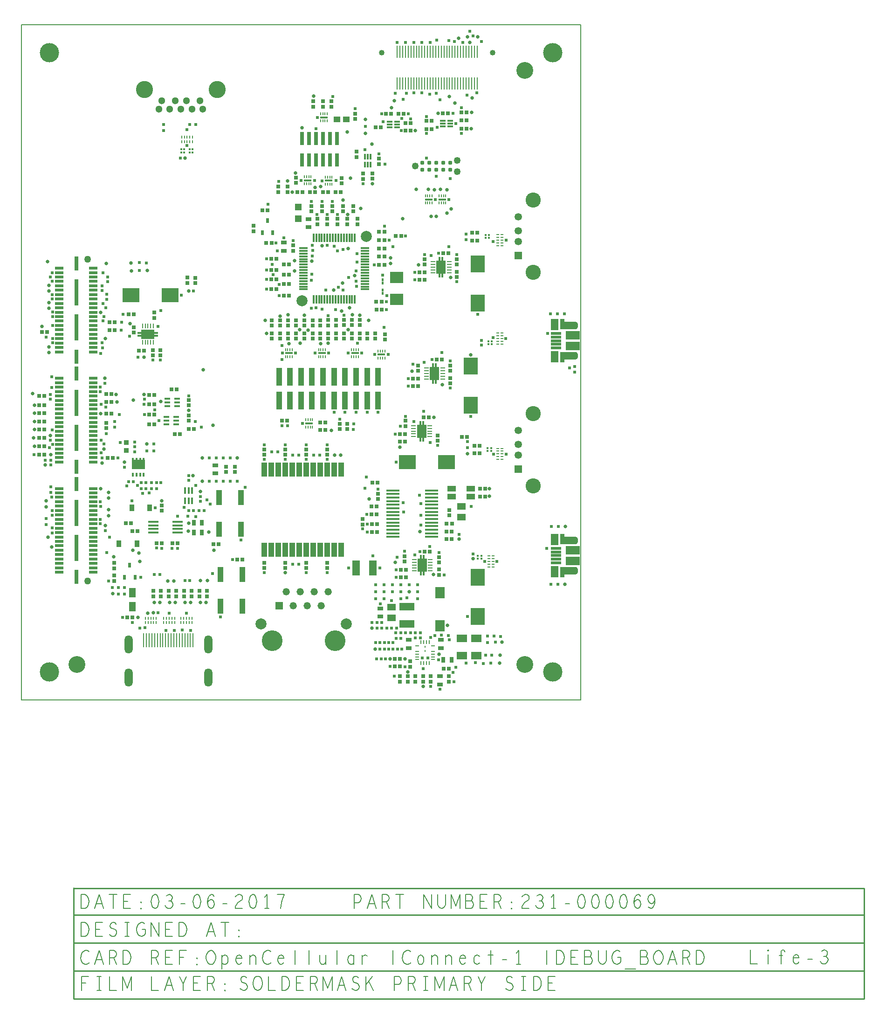
<source format=gbr>
G04 ================== begin FILE IDENTIFICATION RECORD ==================*
G04 Layout Name:  OC_Connect-1_DEBUG_Life-3.brd*
G04 Film Name:    smpr.gbr*
G04 File Format:  Gerber RS274X*
G04 File Origin:  Cadence Allegro 16.6-2015-S065*
G04 Origin Date:  Mon Mar 06 16:55:42 2017*
G04 *
G04 Layer:  VIA CLASS/SOLDERMASK_TOP*
G04 Layer:  PIN/SOLDERMASK_TOP*
G04 Layer:  PACKAGE GEOMETRY/SOLDERMASK_TOP*
G04 Layer:  DRAWING FORMAT/SMPR*
G04 Layer:  DRAWING FORMAT/FILM_LABEL_OUTLINE*
G04 Layer:  BOARD GEOMETRY/OUTLINE*
G04 Layer:  BOARD GEOMETRY/SOLDERMASK_TOP*
G04 *
G04 Offset:    (0.000 0.000)*
G04 Mirror:    No*
G04 Mode:      Positive*
G04 Rotation:  0*
G04 FullContactRelief:  No*
G04 UndefLineWidth:     6.000*
G04 ================== end FILE IDENTIFICATION RECORD ====================*
%FSLAX25Y25*MOIN*%
%IR0*IPPOS*OFA0.00000B0.00000*MIA0B0*SFA1.00000B1.00000*%
%ADD73R,.066929X.07874*%
%ADD65R,.010984X.089488*%
%ADD54R,.11X.055*%
%ADD55R,.055X.11*%
%AMMACRO35*
4,1,20,-.047244,-.03248,
.047244,-.03248,
.047244,-.015354,
.074803,-.015354,
.074803,-.004331,
.047244,-.004331,
.047244,.004331,
.074803,.004331,
.074803,.015354,
.047244,.015354,
.047244,.03248,
-.047244,.03248,
-.047244,.015354,
-.074803,.015354,
-.074803,.004331,
-.047244,.004331,
-.047244,-.004331,
-.074803,-.004331,
-.074803,-.015354,
-.047244,-.015354,
-.047244,-.03248,
0.0*
%
%ADD35MACRO35*%
%AMMACRO82*
4,1,23,-.062008,.035925,
.050071,.035925,
.052666,.035031,
.055067,.0337,
.0572,.031973,
.059001,.029901,
.060415,.027548,
.061398,.024985,
.061922,.022291,
.062008,.020645,
.062008,.000397,
.061769,-.002338,
.061058,-.004989,
.059898,-.007477,
.058324,-.009726,
.056383,-.011667,
.054134,-.013242,
.051646,-.014402,
.048995,-.015112,
.047984,-.015257,
-.034449,-.015257,
-.034449,-.035926,
-.062008,-.035926,
-.062008,.035925,
0.0*
%
%ADD82MACRO82*%
%ADD19O,.059X.13*%
%ADD14R,.029X.104*%
%ADD11C,.12*%
%AMMACRO86*
4,1,23,-.062008,-.035926,
.050071,-.035926,
.052666,-.035032,
.055067,-.033701,
.0572,-.031974,
.059001,-.029902,
.060415,-.027549,
.061398,-.024986,
.061922,-.022292,
.062008,-.020646,
.062008,-.000398,
.061769,.002337,
.061058,.004988,
.059898,.007476,
.058324,.009725,
.056383,.011666,
.054134,.013241,
.051646,.014401,
.048995,.015111,
.047984,.015256,
-.034449,.015256,
-.034449,.035925,
-.062008,.035925,
-.062008,-.035926,
0.0*
%
%ADD86MACRO86*%
%ADD46R,.04016X.10315*%
%ADD85C,.108*%
%ADD69R,.019X.008*%
%ADD20R,.008X.019*%
%ADD43C,.148*%
%ADD15R,.029X.189*%
%ADD39C,.122047*%
%ADD81R,.102362X.060039*%
%ADD71R,.008661X.014173*%
%ADD47R,.040157X.129921*%
%ADD10C,.137795*%
%ADD44R,.03937X.108268*%
%ADD72R,.008661X.015748*%
%ADD34R,.12X.1*%
%ADD70R,.1X.12*%
%ADD48R,.008661X.019685*%
%ADD67R,.027559X.009843*%
%ADD66R,.009843X.027559*%
%ADD32R,.04X.015*%
%ADD13R,.061X.022*%
%AMMACRO74*
4,1,20,-.03248,.047244,
-.03248,-.047244,
-.015354,-.047244,
-.015354,-.074803,
-.004331,-.074803,
-.004331,-.047244,
.004331,-.047244,
.004331,-.074803,
.015354,-.074803,
.015354,-.047244,
.03248,-.047244,
.03248,.047244,
.015354,.047244,
.015354,.074803,
.004331,.074803,
.004331,.047244,
-.004331,.047244,
-.004331,.074803,
-.015354,.074803,
-.015354,.047244,
-.03248,.047244,
0.0*
%
%ADD74MACRO74*%
%ADD26R,.017X.05*%
%ADD21R,.05X.07*%
%ADD62R,.039X.012*%
%ADD61R,.012X.039*%
%ADD60R,.016X.019*%
%ADD45R,.043X.028*%
%ADD33R,.038X.032*%
%ADD25R,.028X.043*%
%ADD24R,.075X.015*%
%ADD12C,.05*%
%ADD56R,.059X.051*%
%ADD16C,.024*%
%ADD41C,.052*%
%ADD18C,.025*%
%ADD84C,.053*%
%ADD68R,.075X.055*%
%ADD27R,.02X.02*%
%ADD57R,.095X.018*%
%ADD64C,.04016*%
%ADD40R,.052X.052*%
%ADD17R,.025X.025*%
%ADD83R,.053X.053*%
%ADD58R,.094X.079*%
%ADD36R,.011024X.033465*%
%ADD75R,.033465X.011024*%
%ADD42C,.079*%
%ADD38C,.051181*%
%ADD37R,.011811X.011811*%
%ADD78C,.04937*%
%ADD23R,.023622X.033465*%
%ADD77C,.030984*%
%ADD59R,.011811X.062992*%
%ADD50C,.07874*%
%ADD51R,.062992X.011811*%
%ADD31R,.035827X.048031*%
%ADD63R,.045276X.043307*%
%ADD52R,.047244X.047244*%
%ADD28R,.016535X.017717*%
%ADD49R,.055118X.015748*%
%ADD79R,.055118X.07874*%
%ADD76R,.059055X.03937*%
%ADD29R,.016535X.027559*%
%ADD53R,.029134X.094488*%
%ADD80R,.072835X.019685*%
%ADD22R,.011X.102*%
%ADD30R,.093307X.066929*%
%ADD87C,.01*%
%ADD88C,.006*%
G75*
%LPD*%
G75*
G54D10*
X20000Y20000D03*
Y462677D03*
X380000Y20000D03*
Y462677D03*
G54D20*
X121855Y58426D03*
X119887D03*
X117918D03*
X115949D03*
X113981D03*
Y55374D03*
X115949D03*
X117918D03*
X119887D03*
X121855D03*
X88509D03*
X90477D03*
X92446D03*
X94415D03*
X96383D03*
Y58426D03*
X94415D03*
X92446D03*
X90477D03*
X88509D03*
X101745Y55374D03*
X103713D03*
X105682D03*
X107651D03*
X109619D03*
Y58426D03*
X107651D03*
X105682D03*
X103713D03*
X101745D03*
X122355Y402203D03*
X120387D03*
X118418D03*
X116449D03*
X114481D03*
Y399151D03*
X116449D03*
X118418D03*
X120387D03*
X122355D03*
G54D11*
X39718Y25300D03*
X360000D03*
Y450000D03*
G54D30*
X83500Y168272D03*
G54D12*
X47218Y84875D03*
Y315125D03*
G54D21*
X79418Y76800D03*
Y66800D03*
G54D22*
X87302Y42559D03*
X89270D03*
X91239D03*
X93207D03*
X95176D03*
X97144D03*
X99113D03*
X101081D03*
X103050D03*
X105018D03*
X106987D03*
X108955D03*
X110924D03*
X112892D03*
X114861D03*
X116829D03*
X118798D03*
X120766D03*
X122735D03*
G54D31*
X82555Y111800D03*
X69681D03*
X91755Y137300D03*
X78881D03*
G54D40*
X184218Y67500D03*
G54D13*
X51368Y94475D03*
Y97625D03*
Y100775D03*
X27068D03*
Y97625D03*
Y94475D03*
Y91325D03*
X51368D03*
Y103925D03*
X27068D03*
Y107075D03*
X51368D03*
Y116525D03*
Y110225D03*
Y113375D03*
X27068Y135425D03*
Y132275D03*
Y129125D03*
Y125975D03*
Y122825D03*
Y119675D03*
X51368D03*
Y122825D03*
Y125975D03*
Y129125D03*
Y132275D03*
Y135425D03*
X27068Y116525D03*
Y113375D03*
Y110225D03*
Y151175D03*
X51368D03*
X27068Y148025D03*
Y144875D03*
Y141725D03*
Y138575D03*
X51368D03*
Y141725D03*
Y144875D03*
Y148025D03*
Y173225D03*
Y170075D03*
X27068D03*
Y173225D03*
X51368Y195275D03*
Y192125D03*
Y188975D03*
Y185825D03*
Y182675D03*
Y179525D03*
Y176375D03*
X27068D03*
Y179525D03*
Y182675D03*
Y185825D03*
Y188975D03*
Y192125D03*
Y195275D03*
X51368Y226775D03*
Y223625D03*
Y220475D03*
Y217325D03*
Y214175D03*
Y211025D03*
Y207875D03*
Y204725D03*
Y201575D03*
Y198425D03*
X27068D03*
Y201575D03*
Y204725D03*
Y207875D03*
Y211025D03*
Y214175D03*
Y217325D03*
Y220475D03*
Y223625D03*
Y226775D03*
X51368Y229925D03*
X27068D03*
Y274025D03*
Y270875D03*
Y267725D03*
Y264575D03*
Y261425D03*
Y258275D03*
Y255125D03*
Y251975D03*
Y248825D03*
Y305525D03*
Y302375D03*
Y299225D03*
Y296075D03*
Y292925D03*
Y289775D03*
Y286625D03*
Y283475D03*
Y280325D03*
Y277175D03*
Y308675D03*
X51368Y248825D03*
Y251975D03*
Y255125D03*
Y258275D03*
Y261425D03*
Y264575D03*
Y267725D03*
Y270875D03*
Y274025D03*
Y277175D03*
Y280325D03*
Y283475D03*
Y286625D03*
Y289775D03*
Y292925D03*
Y296075D03*
Y299225D03*
Y302375D03*
Y305525D03*
Y308675D03*
G54D50*
X200549Y285231D03*
X246687Y331369D03*
G54D23*
X73678Y87565D03*
X81158D03*
X77418Y96226D03*
X172278Y334165D03*
X179758D03*
X176018Y342826D03*
G54D41*
X189218Y77500D03*
X194218Y67500D03*
X199218Y77500D03*
X204218Y67500D03*
X209218Y77500D03*
X214218Y67500D03*
X219218Y77500D03*
G54D32*
X110718Y202300D03*
Y199740D03*
Y197180D03*
X103718D03*
Y199740D03*
Y202300D03*
X104218Y210200D03*
Y212760D03*
Y215320D03*
X111218D03*
Y212760D03*
Y210200D03*
G54D14*
X39218Y88000D03*
Y154500D03*
Y166750D03*
Y233250D03*
Y245500D03*
Y312000D03*
G54D51*
X201571Y293536D03*
Y295505D03*
Y297473D03*
Y299442D03*
Y301410D03*
Y303379D03*
Y305347D03*
Y307316D03*
Y309284D03*
Y311253D03*
Y313221D03*
Y315190D03*
Y317158D03*
Y319127D03*
Y321095D03*
Y323064D03*
X245665Y319127D03*
Y317158D03*
Y315190D03*
Y313221D03*
Y311253D03*
Y309284D03*
Y307316D03*
Y305347D03*
Y303379D03*
Y301410D03*
Y299442D03*
Y297473D03*
Y295505D03*
Y293536D03*
Y323064D03*
Y321095D03*
G54D42*
X171226Y54508D03*
X232210D03*
G54D24*
X94118Y119700D03*
Y122260D03*
Y124820D03*
Y127380D03*
X111618D03*
Y124820D03*
Y122260D03*
Y119700D03*
G54D33*
X75000Y178500D03*
Y184100D03*
G54D60*
X258318Y293000D03*
Y290600D03*
Y298000D03*
Y300400D03*
G54D15*
X39218Y108750D03*
Y133750D03*
Y187500D03*
Y212500D03*
Y266250D03*
Y291250D03*
G54D52*
X197818Y352234D03*
Y343966D03*
G54D16*
X39218Y88000D03*
Y166750D03*
Y154500D03*
Y133750D03*
Y108750D03*
X21000Y152500D03*
Y148500D03*
X21500Y144875D03*
X22000Y135500D03*
Y132000D03*
Y123000D03*
Y119500D03*
X56300Y141700D03*
X56550Y138450D03*
X56300Y129100D03*
X56400Y125900D03*
X9000Y175500D03*
X60000Y120900D03*
X57500Y173000D03*
X21000Y168000D03*
Y171500D03*
X17000D03*
X17532Y125480D03*
Y129620D03*
X39218Y245500D03*
X56736Y247700D03*
X39218Y233250D03*
Y212500D03*
Y187500D03*
X21500Y223500D03*
X22225Y182662D03*
X19787Y180293D03*
X60250Y209250D03*
X56350Y223850D03*
X56400Y220475D03*
X57000Y185825D03*
X56876Y176845D03*
X21500Y231000D03*
X22100Y193000D03*
X59500Y226500D03*
X56945Y211315D03*
X20500Y215000D03*
Y218500D03*
X20503Y185594D03*
X59000Y183000D03*
X39218Y266250D03*
Y291250D03*
Y312000D03*
X22218Y255250D03*
Y258400D03*
Y267850D03*
Y274150D03*
Y277300D03*
X22000Y286625D03*
Y289775D03*
Y299350D03*
X57736Y255500D03*
X57836Y251700D03*
X58218Y270875D03*
Y283475D03*
X60436Y280325D03*
X57736Y292800D03*
X57626Y296198D03*
X58218Y305525D03*
X22000Y305500D03*
X20600Y302375D03*
X59037Y274175D03*
X17500Y259500D03*
X103118Y49659D03*
X109118Y49700D03*
X114918Y50100D03*
X121018Y49659D03*
X72250Y59000D03*
X62218Y85032D03*
X85153Y87565D03*
X117918Y62200D03*
X105682Y62000D03*
X94798Y89700D03*
X98938D03*
X116917Y85299D03*
X120333D03*
X97716Y62390D03*
X84518Y51500D03*
X88218Y51600D03*
X79387Y55432D03*
X73718Y75700D03*
X73618Y80500D03*
X69318Y75800D03*
X69418Y80500D03*
X65100D03*
X100387Y108300D03*
X107649D03*
X111618Y131282D03*
X69000Y173000D03*
X99500Y155500D03*
X86700Y147800D03*
X75400Y152900D03*
X116400Y137800D03*
X124500Y153500D03*
X61000Y105500D03*
X124500Y131000D03*
X111618Y108300D03*
X73500Y166500D03*
X79000Y142500D03*
X95500Y137500D03*
X96450Y108800D03*
X83000Y153500D03*
X132500Y143000D03*
X62800Y116300D03*
X91200Y148100D03*
X119000Y131500D03*
X119718Y217500D03*
X124218Y199000D03*
X87918Y204000D03*
X87718Y211500D03*
X87818Y215100D03*
X83218Y244900D03*
X60500Y190500D03*
X69800Y204200D03*
X70500Y184000D03*
X81000Y184500D03*
X98218Y199740D03*
X128500Y195000D03*
X95187Y207500D03*
X99418Y242932D03*
X93918D03*
X66500Y195000D03*
Y199000D03*
X89500Y178000D03*
X94500D03*
Y183000D03*
X93518Y259500D03*
X93818Y263500D03*
X87018D03*
X87118Y259700D03*
X90418Y261500D03*
X114418Y289500D03*
X99500Y278300D03*
X72618Y275800D03*
X61000Y286500D03*
Y290000D03*
X61500Y299000D03*
Y302500D03*
X77418Y259900D03*
X71300Y264250D03*
X71600Y270000D03*
X122968Y292450D03*
X97718Y266900D03*
X84418Y307100D03*
X89418Y312500D03*
X84218Y312700D03*
X113500Y387500D03*
X118418Y407677D03*
Y396400D03*
X101557Y411443D03*
X120242Y411206D03*
X101557Y407151D03*
X124534Y411206D03*
X136500Y90500D03*
X142126Y59500D03*
X203700Y91000D03*
X173700D03*
X194090Y97100D03*
X198400D03*
X151000Y100500D03*
X154218Y156400D03*
X149218D03*
X144218D03*
X139218D03*
X134218D03*
X160100Y152200D03*
X156874Y114500D03*
X135000Y140000D03*
X203718Y171900D03*
X188718D03*
X134418Y173000D03*
X149418D03*
X144418D03*
X139418D03*
X173718Y171900D03*
X194036Y174900D03*
X198346D03*
X203700Y182400D03*
X188700D03*
X195961Y247900D03*
X186449D03*
X200962Y197700D03*
X190118Y196200D03*
X173700Y182400D03*
X186150Y196100D03*
X186118Y243500D03*
X179036Y177500D03*
X183346D03*
X184150Y289200D03*
X184250Y297200D03*
X175250Y293800D03*
Y300600D03*
Y307400D03*
Y315400D03*
X179835Y303906D03*
X179401Y311265D03*
X186218Y253400D03*
X200000Y371500D03*
X182087Y326700D03*
X194218Y328232D03*
X187718Y330417D03*
X176118Y354500D03*
X182918Y321100D03*
X183900Y370800D03*
X274218Y23732D03*
X266718Y16968D03*
X263550Y24000D03*
X253800Y29500D03*
X257118D03*
X260218D03*
X256436Y94500D03*
X251320Y103200D03*
X268118Y51500D03*
X254118Y51400D03*
X257618D03*
X261118D03*
X264618Y51500D03*
X250618Y55400D03*
X254118D03*
X274718Y48000D03*
X271218D03*
X267718Y48100D03*
X271200Y44100D03*
X257618Y55400D03*
X267800Y44100D03*
X268618Y102000D03*
X267850Y93200D03*
Y87700D03*
X271318Y72300D03*
X259318D03*
X253318D03*
X271318Y77300D03*
X265318D03*
X259318D03*
X253318D03*
X277318Y82300D03*
X271318D03*
X265318D03*
X259318D03*
X253318D03*
X275718Y73100D03*
X256718Y68853D03*
X264718Y70987D03*
X253300Y41000D03*
X268900Y36500D03*
X265718D03*
X262600D03*
X272100D03*
X259500Y41000D03*
X262600D03*
X265718D03*
X256400D03*
Y36500D03*
X259500D03*
X234000Y94500D03*
X218700Y91000D03*
X247250Y125700D03*
Y120100D03*
X244018Y122232D03*
X246950Y132800D03*
X267818Y170200D03*
X254818Y150768D03*
X273247Y134484D03*
X274000Y106400D03*
X245518Y151500D03*
X246518Y159500D03*
X218718Y171900D03*
X213346Y174900D03*
X209036D03*
X273000Y141000D03*
X218700Y182400D03*
X252662Y247000D03*
X233693Y247900D03*
X262174Y247000D03*
X219583Y247900D03*
X210071D03*
X243205D03*
X274518Y202868D03*
X254984Y205604D03*
X247110D03*
X239236D03*
X231362D03*
X223488D03*
X227518Y200668D03*
X276550Y224300D03*
Y229800D03*
X267350Y190200D03*
X271018Y195700D03*
X237487Y197468D03*
X237318Y193532D03*
X233887Y301900D03*
X260887Y278900D03*
X261249Y288900D03*
X260987Y284700D03*
X258318Y303778D03*
X217718Y293000D03*
X229818Y293100D03*
X239318Y306800D03*
X239618Y295700D03*
X207228Y300038D03*
X207918Y317300D03*
X252218Y311000D03*
X240318Y255100D03*
X226518Y294900D03*
X239118Y299300D03*
X239818Y312950D03*
X207718Y304400D03*
X230718Y274900D03*
X219218Y274700D03*
X239918Y319000D03*
X259418Y266500D03*
X224568Y279150D03*
X207118Y280200D03*
X210736Y280300D03*
X214989Y279471D03*
X215000Y371200D03*
X274618Y331700D03*
X225918Y347168D03*
X218697D03*
X211218Y347200D03*
X222418Y356468D03*
X214918D03*
X207418D03*
X262918Y328700D03*
X259587Y338600D03*
X225918Y321200D03*
X255500Y390500D03*
X244300Y369100D03*
X209700Y371400D03*
X224800Y371300D03*
X260000Y383000D03*
X229818Y322100D03*
X208418Y321300D03*
X223613Y324500D03*
X218718Y325200D03*
X207828Y325190D03*
X265700Y324100D03*
X257532Y418969D03*
X276468Y419032D03*
X211500Y416500D03*
X210457Y408400D03*
X245500Y393500D03*
X267200Y433700D03*
X275400D03*
X238700Y422800D03*
X258500Y413500D03*
X273000Y429500D03*
X271500Y407000D03*
X246000Y410131D03*
X272100Y415600D03*
X222500Y431500D03*
X268698Y470100D03*
X274604D03*
X309218Y13032D03*
X310518Y23500D03*
X290718Y30000D03*
X286718D03*
X287218Y22500D03*
X308552Y19658D03*
X299218Y7647D03*
X292718Y9832D03*
X335718Y26300D03*
X330218Y26200D03*
X317918Y26300D03*
X324718Y26600D03*
X298365Y28700D03*
X286518Y96500D03*
X284618Y99700D03*
X288518Y99600D03*
X284518Y93200D03*
X288518Y93100D03*
X305918Y42900D03*
X305218Y46200D03*
X300218Y46500D03*
X295518Y46200D03*
X338818Y41400D03*
X333418Y41000D03*
X342618Y45500D03*
X338018Y45700D03*
X333118Y45600D03*
X340100Y99000D03*
X331400D03*
X281718Y44500D03*
X285218D03*
X278218Y48000D03*
X285218D03*
X281718D03*
X318818Y59700D03*
X302218Y89432D03*
X292550Y44542D03*
X283318Y72300D03*
Y77300D03*
Y82300D03*
X331918Y31900D03*
X336318Y32100D03*
X346500Y175700D03*
X337600Y175600D03*
X298518Y105513D03*
X285618Y125200D03*
X284718Y146400D03*
X285518Y140400D03*
X285589Y131916D03*
X281234Y103635D03*
X321618Y138400D03*
X285018Y106144D03*
X292018Y109600D03*
X313038Y118500D03*
X322818Y104300D03*
X295318Y233400D03*
X293418Y236600D03*
X297318Y236500D03*
X293400Y229900D03*
X297118Y230200D03*
X287918Y189000D03*
X284100Y188800D03*
X288118Y195300D03*
X284218Y195400D03*
X286118Y192200D03*
X297518Y182032D03*
X318787Y184800D03*
X280018Y240100D03*
X306718Y242469D03*
Y223132D03*
X321318Y202700D03*
X287918Y241500D03*
X280729Y199108D03*
X318918Y180400D03*
X293581Y243300D03*
X287581Y206500D03*
X300618Y248300D03*
X292418Y184200D03*
X300118Y309400D03*
X298218Y312600D03*
X302118Y312500D03*
X297968Y305900D03*
X301918Y306200D03*
X346400Y258400D03*
X337218Y259100D03*
X326118Y275800D03*
X288418Y318368D03*
X311418Y299132D03*
Y318468D03*
X293018Y317600D03*
X298281Y319300D03*
X281250Y300300D03*
Y305800D03*
X329018Y253700D03*
X328918Y257173D03*
X346718Y328626D03*
X337168Y327650D03*
X305774Y357800D03*
X295974D03*
X306618Y372700D03*
X296718Y374300D03*
X289718Y387500D03*
X318017Y329199D03*
X317916Y332894D03*
X305718Y324000D03*
X310706Y412000D03*
X278437Y415500D03*
X289563Y405000D03*
X325776Y434100D03*
X318700Y432500D03*
X299350Y429050D03*
X296600Y433700D03*
X292000Y433000D03*
X286406Y434100D03*
X280500D03*
X289532Y416969D03*
X297294Y409500D03*
X308500Y419500D03*
X314500Y405000D03*
Y423500D03*
X280509Y470100D03*
X286415D03*
X292320D03*
X297100Y471700D03*
X305516Y471484D03*
X315700Y470100D03*
X329000Y470700D03*
X322900Y474700D03*
X320500Y478100D03*
X309700Y470600D03*
X383618Y82600D03*
X378618D03*
X378818Y124100D03*
X383818D03*
X375618Y108300D03*
X395500Y238500D03*
Y234500D03*
X392000Y237500D03*
X388218Y275900D03*
X378218D03*
X383218D03*
X376118Y261900D03*
G54D25*
X123165Y119800D03*
X129071D03*
X123165Y126800D03*
X129071D03*
X301765Y28700D03*
X307671D03*
G54D61*
X249468Y388256D03*
X247500D03*
X245532D03*
Y382744D03*
X247500D03*
X249468D03*
G54D70*
X326318Y87700D03*
Y59700D03*
X321318Y238700D03*
Y210700D03*
X326118Y311800D03*
Y283800D03*
G54D34*
X78418Y289500D03*
X106418D03*
X275818Y170200D03*
X303818D03*
G54D43*
X179218Y42500D03*
X224218D03*
G54D80*
X382227Y98085D03*
Y100644D03*
Y108321D03*
Y105762D03*
Y103203D03*
Y261921D03*
Y259362D03*
Y251685D03*
Y254244D03*
Y256803D03*
G54D53*
X200457Y386156D03*
Y401510D03*
X225457Y386156D03*
X220457D03*
X215457D03*
X210457D03*
X205457D03*
X225457Y401510D03*
X220457D03*
X215457D03*
X210457D03*
X205457D03*
G54D17*
X12643Y175375D03*
X16384D03*
X12643Y217275D03*
X16384D03*
X12643Y193275D03*
X16384D03*
X12643Y199075D03*
X16384D03*
X12643Y204875D03*
X16384D03*
X12643Y210575D03*
X16384D03*
X12643Y181475D03*
X16384D03*
Y187475D03*
X12643D03*
X18289Y263053D03*
X14548D03*
X75548Y59000D03*
X79288D03*
X127118Y74130D03*
Y77870D03*
X110618Y74130D03*
Y77870D03*
X105118Y74130D03*
Y77870D03*
X121618Y74130D03*
Y77870D03*
X116118Y74130D03*
Y77870D03*
X99618Y74130D03*
Y77870D03*
X94118Y74130D03*
Y77870D03*
X66118Y85130D03*
Y88870D03*
Y97870D03*
Y94130D03*
X65320Y172900D03*
X61580D03*
X100288Y112000D03*
X96548D03*
X111520D03*
X107780D03*
X100118Y135330D03*
Y139070D03*
X79248Y120800D03*
X82988D03*
X78370Y126500D03*
X74630D03*
X60500Y194330D03*
Y198070D03*
X64320Y204725D03*
X60580D03*
X95088Y204000D03*
X91348D03*
X119718Y214370D03*
Y210630D03*
X95088Y211500D03*
X91348D03*
X119718Y199630D03*
Y203370D03*
X123289Y193829D03*
X119548D03*
X93918Y246230D03*
X99418D03*
X109648Y190000D03*
X113388D03*
X91348Y197000D03*
X95088D03*
X111088Y222000D03*
X107348D03*
X91348Y218000D03*
X95088D03*
X60580Y212950D03*
X64320D03*
X60580Y218550D03*
X64320D03*
X76448Y275800D03*
X80188D03*
X124318Y298030D03*
Y301770D03*
X118518Y298130D03*
Y301870D03*
X83848Y249700D03*
X87588D03*
X80418Y266370D03*
Y262630D03*
X93918Y249970D03*
X99418D03*
X94918Y276870D03*
Y273130D03*
X62912Y264250D03*
X66652D03*
X62912Y270050D03*
X66652D03*
X132618Y74130D03*
Y77870D03*
X157870Y100500D03*
X154130D03*
X173718Y94230D03*
Y97970D03*
X188718Y94230D03*
Y97970D03*
X203718Y94230D03*
Y97970D03*
X146118Y163030D03*
Y166770D03*
X152618Y163030D03*
Y166770D03*
X188718Y175330D03*
X203718D03*
X173718D03*
X140870Y111500D03*
X137130D03*
X188718Y179070D03*
X203718D03*
X173718D03*
X189988Y199600D03*
X186248D03*
X185018Y271370D03*
Y267630D03*
X196318Y271470D03*
Y267730D03*
X202218Y261970D03*
Y258230D03*
X196318Y261970D03*
Y258230D03*
X179018Y262070D03*
Y258330D03*
X184892Y262070D03*
Y258330D03*
X190718Y261970D03*
Y258230D03*
X187448Y311253D03*
X191188D03*
X178548Y307400D03*
X182288D03*
X202218Y267730D03*
Y271470D03*
X179018Y267630D03*
Y271370D03*
X190718Y267730D03*
Y271470D03*
X187448Y304200D03*
X191188D03*
X187448Y289200D03*
X191188D03*
X178548Y293800D03*
X182288D03*
X187548Y297473D03*
X191288D03*
X178548Y300600D03*
X182288D03*
X178548Y315400D03*
X182288D03*
X194218Y324934D03*
Y321194D03*
X190269Y363130D03*
Y366870D03*
X183769Y363130D03*
Y366870D03*
X197130Y363000D03*
X200870D03*
X196200Y373370D03*
Y369630D03*
X175888Y350100D03*
X172148D03*
X165918Y338870D03*
Y335130D03*
X178788Y326700D03*
X175048D03*
X270588Y24000D03*
X266848D03*
Y29500D03*
X270588D03*
X270718Y16870D03*
Y13130D03*
X276218D03*
Y16870D03*
X274018Y102770D03*
Y99030D03*
X218718Y94230D03*
Y97970D03*
X274888Y93200D03*
X271148D03*
X274888Y87700D03*
X271148D03*
X218718Y175330D03*
X254818Y147470D03*
Y143730D03*
X250548Y120100D03*
X254288D03*
X250248Y138400D03*
X253988D03*
X250948Y155500D03*
X254688D03*
X250548Y125700D03*
X254288D03*
X250248Y132800D03*
X253988D03*
X244018Y125530D03*
Y129270D03*
X218718Y179070D03*
X274518Y199570D03*
Y195830D03*
X233018Y193630D03*
Y197370D03*
X227518D03*
Y193630D03*
X217388Y198500D03*
X213648D03*
X217388Y193000D03*
X213648D03*
X274388Y184700D03*
X270648D03*
X274388Y190200D03*
X270648D03*
X224918Y271570D03*
Y267830D03*
X213518Y271470D03*
Y267730D03*
X208118Y271470D03*
Y267730D03*
X241937Y271720D03*
Y267980D03*
X236437Y271720D03*
Y267980D03*
X253848Y278900D03*
X257588D03*
X257488Y284700D03*
X253748D03*
X224918Y261970D03*
Y258230D03*
X213518Y261970D03*
Y258230D03*
X208118Y261970D03*
Y258230D03*
X259918Y257630D03*
Y261370D03*
X252918Y258230D03*
Y261970D03*
X247418Y258230D03*
Y261970D03*
X236418Y258230D03*
Y261970D03*
X230718Y258230D03*
Y261970D03*
X255748Y316900D03*
X259488D03*
X255748Y311121D03*
X259488D03*
X219218Y267830D03*
Y271570D03*
Y261970D03*
Y258230D03*
X241918Y261970D03*
Y258230D03*
X230718Y267930D03*
Y271670D03*
X255500Y386870D03*
Y383130D03*
X244300Y372530D03*
Y376270D03*
X251000Y372630D03*
Y376370D03*
X239500Y391870D03*
Y388130D03*
X215462Y363000D03*
X219202D03*
X228800Y373070D03*
Y369330D03*
X228370Y363000D03*
X224630D03*
X209870D03*
X206130D03*
X255748Y322800D03*
X259488D03*
X218697Y343870D03*
Y340130D03*
X229918Y349430D03*
Y353170D03*
X233018Y340130D03*
Y343870D03*
X237418Y349430D03*
Y353170D03*
X240118Y340130D03*
Y343870D03*
X214918Y353170D03*
Y349430D03*
X211718Y343870D03*
Y340130D03*
X207418Y353170D03*
Y349430D03*
X259488Y328700D03*
X255748D03*
X271488Y331700D03*
X267748D03*
X259488Y334700D03*
X255748D03*
X225918Y343870D03*
Y340130D03*
X222418Y353170D03*
Y349430D03*
X260630Y419000D03*
X264370D03*
X273370D03*
X269630D03*
X238600Y415230D03*
Y418970D03*
X274630Y412500D03*
Y407000D03*
X253130Y409500D03*
X256870D03*
X208744Y424130D03*
Y427870D03*
X221744Y424130D03*
Y427870D03*
X215457Y424130D03*
Y427870D03*
X277918Y23830D03*
Y27570D03*
X292718Y13130D03*
Y16870D03*
X305718D03*
Y13130D03*
X287218Y16870D03*
Y13130D03*
X305588Y22500D03*
X301848D03*
X281718Y16870D03*
Y13130D03*
X298518Y102170D03*
Y98430D03*
Y89530D03*
Y93270D03*
X306018Y135670D03*
Y131930D03*
X291920Y106100D03*
X288180D03*
X327836Y145428D03*
X331576D03*
X327836Y150928D03*
X331576D03*
X303999Y114877D03*
X307739D03*
X304018Y120403D03*
X307758D03*
X304048Y126000D03*
X307788D03*
X318688Y188200D03*
X314948D03*
X306718Y239170D03*
Y235430D03*
X283718Y239070D03*
Y235330D03*
X306718Y226430D03*
Y230170D03*
X291420Y202200D03*
X287680D03*
X283588Y229800D03*
X279848D03*
X283588Y224300D03*
X279848D03*
X323846Y176227D03*
X327586D03*
X323846Y181827D03*
X327586D03*
X300620Y243300D03*
X296880D03*
X297518Y185330D03*
Y189070D03*
X311418Y315170D03*
Y311430D03*
X288418Y315070D03*
Y311330D03*
X288288Y305800D03*
X284548D03*
X288288Y300300D03*
X284548D03*
X311418Y302430D03*
Y306170D03*
X305320Y319300D03*
X301580D03*
X322146Y334000D03*
X325886D03*
X322146Y328500D03*
X325886D03*
X318370Y408500D03*
X314630D03*
X289630Y408000D03*
X293370D03*
X278370Y412500D03*
Y407000D03*
X318370Y420000D03*
X314630D03*
X289630Y414000D03*
X293370D03*
X301342Y419500D03*
X305083D03*
X318370Y414500D03*
X314630D03*
G54D62*
X263244Y413468D03*
Y411500D03*
Y409532D03*
X268756D03*
Y411500D03*
Y413468D03*
X306756Y410031D03*
Y412000D03*
Y413968D03*
X301244D03*
Y412000D03*
Y410031D03*
G54D26*
X119500Y149750D03*
X116950D03*
X122050D03*
Y142250D03*
X119500D03*
X116950D03*
G54D44*
X157874Y89819D03*
Y67181D03*
X142126Y89819D03*
Y67181D03*
X141126Y122181D03*
Y144819D03*
X156874Y122181D03*
Y144819D03*
G54D71*
X288618Y35001D03*
G54D35*
X90418Y261500D03*
G54D63*
X225453Y415100D03*
X232147D03*
G54D36*
X86480Y255706D03*
X88449D03*
X90418D03*
X92387D03*
X94356D03*
Y267294D03*
X92387D03*
X90418D03*
X88449D03*
X86480D03*
G54D27*
X93000Y155500D03*
X96500D03*
X85500D03*
X89000D03*
X80000Y156000D03*
X76500D03*
X89000Y151000D03*
X85500D03*
X130500Y135500D03*
X127000D03*
X119500Y160500D03*
Y157000D03*
X128000Y145500D03*
Y142000D03*
X123000Y135500D03*
X119500D03*
X96500Y151000D03*
X93000D03*
X81000Y177500D03*
Y181000D03*
G54D18*
X56500Y151000D03*
X57500Y169500D03*
X17000Y168000D03*
X21000Y175375D03*
X17532Y142220D03*
Y138080D03*
X21500Y109500D03*
X60100Y124700D03*
X19000Y116500D03*
X8000Y219000D03*
X59500Y230000D03*
X56500Y204725D03*
X9200Y193300D03*
X8500Y187500D03*
X9200Y181500D03*
Y199100D03*
Y210600D03*
Y204900D03*
X59000Y179500D03*
X20500Y188994D03*
X14500Y267000D03*
X19500Y279900D03*
Y283900D03*
Y292500D03*
Y296500D03*
X56675Y277175D03*
X18500Y313500D03*
X19500Y248500D03*
Y252500D03*
X60000Y258275D03*
X90118Y62100D03*
X104600Y85000D03*
X109034Y85200D03*
X127917Y85299D03*
X132800Y85300D03*
X94318Y62500D03*
X83318Y59000D03*
X65118Y75900D03*
X94868Y69650D03*
X99008D03*
X105918Y69700D03*
X110058D03*
X116918D03*
X121058D03*
X127918D03*
X132058D03*
X66000Y102500D03*
X84518Y99000D03*
X129218Y156400D03*
X84000Y105000D03*
X119168Y120750D03*
X119518Y126300D03*
X122500Y160500D03*
X128000Y149000D03*
X100118Y142500D03*
X79500Y107000D03*
X73500Y170000D03*
X129418Y173000D03*
X62204Y148520D03*
Y135920D03*
Y144380D03*
Y131780D03*
X119718Y207000D03*
X87718Y245200D03*
X79950Y214500D03*
X68200Y213000D03*
X87618Y218500D03*
X67600D03*
X130000Y236000D03*
X99500Y213500D03*
X89500Y183000D03*
X60500Y312000D03*
X119568Y292450D03*
X77518Y269200D03*
X78518Y306800D03*
X89818Y307100D03*
X78418Y312500D03*
X117000Y387500D03*
X188700Y91000D03*
X134000Y120000D03*
X154418Y173000D03*
X137500Y107000D03*
X137000Y196500D03*
X199150Y255162D03*
X195318Y313900D03*
X195118Y306700D03*
X202200Y275200D03*
X174400Y271400D03*
X190700Y275500D03*
X191264Y254736D03*
X175418Y262000D03*
X199018Y264700D03*
X205018Y264500D03*
X185018Y274400D03*
X190200Y370900D03*
X193700Y363000D03*
X196000Y376800D03*
X200500Y409000D03*
X263550Y29500D03*
X274218D03*
X276218Y20000D03*
X250618Y51400D03*
X267118Y98500D03*
X277318Y77300D03*
X253000Y36300D03*
X224036Y174900D03*
X228346D03*
X248618Y143800D03*
X270550Y180800D03*
X221618Y192800D03*
X229618Y298100D03*
X219218Y255200D03*
X264018Y312147D03*
Y316152D03*
X238318Y303500D03*
X207768Y313850D03*
X223218Y293000D03*
X214039Y254800D03*
X228950Y278104D03*
X234500Y280500D03*
X233518Y264700D03*
X248382Y271471D03*
X236500Y275500D03*
X242018Y274900D03*
X251000Y369000D03*
X272700Y343900D03*
X230018Y357500D03*
X242718Y351500D03*
X233318Y347200D03*
X214818Y324800D03*
X233518Y322800D03*
X235400Y372900D03*
X214000Y367200D03*
X209900Y366500D03*
X264500Y423500D03*
X208900Y431600D03*
X266500Y428500D03*
X246000Y405132D03*
X250700Y397300D03*
X246000Y415131D03*
X232800Y406000D03*
X287218Y9832D03*
X341918Y26300D03*
X343518Y41500D03*
X294600Y89800D03*
X342118Y32100D03*
X298718Y32816D03*
X304618Y53300D03*
X322818Y100900D03*
X313038Y115100D03*
X334596Y145655D03*
X334579Y151155D03*
X285000Y120500D03*
X318918Y176100D03*
X279218Y235200D03*
X301018Y225400D03*
X294818Y202200D03*
X321318Y246700D03*
X283918Y311200D03*
X306918Y302200D03*
X296718Y345800D03*
X307418Y351000D03*
X293056Y345800D03*
X304300Y347900D03*
X304200Y364700D03*
X299624Y364995D03*
X282300Y364900D03*
X291100Y365000D03*
X295400Y364800D03*
X321468Y408532D03*
X322000Y420000D03*
X322400Y430500D03*
X310032Y426800D03*
X306095Y431300D03*
X281668Y407000D03*
X298000Y419500D03*
X319000Y474000D03*
X326300Y473900D03*
X320700Y470200D03*
X312569Y473100D03*
X388618Y82600D03*
X388818Y124100D03*
G54D45*
X138468Y167853D03*
Y161947D03*
X205118Y343853D03*
Y337947D03*
X187718Y321111D03*
Y327017D03*
X256718Y65453D03*
Y59547D03*
X276918Y37008D03*
Y42914D03*
X299218Y11047D03*
Y16953D03*
X300002Y37008D03*
Y42914D03*
G54D72*
X288618Y38032D03*
G54D81*
X394136Y99414D03*
Y106993D03*
Y260593D03*
Y253014D03*
G54D54*
X275718Y66602D03*
Y54398D03*
G54D28*
X79661Y172504D03*
X82221D03*
X84780D03*
X87339D03*
G54D37*
X114434Y391496D03*
X116402D03*
X120434D03*
X122402D03*
X114434Y393858D03*
X116402D03*
X120434D03*
X122402D03*
X326437Y100916D03*
X328799D03*
X326437Y102884D03*
X328799D03*
X333435Y179894D03*
X335797D03*
X333435Y177926D03*
X335797D03*
X334035Y256484D03*
X336397D03*
X334035Y254516D03*
X336397D03*
X331935Y332411D03*
X334297D03*
X331935Y330442D03*
X334297D03*
G54D64*
X257591Y462596D03*
X336843D03*
G54D46*
X173718Y164600D03*
X178718D03*
X183718D03*
X188718D03*
X193718D03*
X198718D03*
X203718D03*
Y107400D03*
X198718D03*
X193718D03*
X188718D03*
X183718D03*
X178718D03*
X173718D03*
X208718Y164600D03*
X213718D03*
X218718D03*
X223718D03*
X228718D03*
Y107400D03*
X223718D03*
X218718D03*
X213718D03*
X208718D03*
G54D19*
X133561Y16103D03*
X76475D03*
X133561Y39567D03*
X76475D03*
G54D82*
X391479Y91442D03*
Y245042D03*
G54D55*
X239116Y94500D03*
X251320D03*
G54D73*
X299218Y76811D03*
Y53189D03*
G54D29*
X79661Y160988D03*
X82221D03*
X84780D03*
X87339D03*
G54D38*
X109981Y428408D03*
X117855D03*
X100139D03*
X127698D03*
X98170Y422502D03*
X106044D03*
X113918D03*
X121792D03*
X129666D03*
G54D83*
X355118Y165100D03*
Y317800D03*
G54D56*
X264718Y66437D03*
Y58563D03*
X314718Y130563D03*
Y138437D03*
G54D74*
X286618Y96400D03*
X295318Y233300D03*
X286118Y192200D03*
X300018Y309300D03*
G54D47*
X199866Y214100D03*
X191992D03*
X184118D03*
X199866Y230911D03*
X191992D03*
X184118D03*
X254984Y214100D03*
X247110D03*
X239236D03*
X231362D03*
X223488D03*
X215614D03*
X207740D03*
X254984Y230911D03*
X247110D03*
X239236D03*
X231362D03*
X223488D03*
X215614D03*
X207740D03*
G54D65*
X274599Y463376D03*
X272631D03*
X270662D03*
X268694D03*
X274599Y440824D03*
X272631D03*
X270662D03*
X268694D03*
X325780Y463376D03*
X323812D03*
X321843D03*
X319875D03*
X317906D03*
X315938D03*
X313969D03*
X312001D03*
X310032D03*
X308064D03*
X306095D03*
X304127D03*
X302158D03*
X300190D03*
X298221D03*
X296253D03*
X294284D03*
X292316D03*
X290347D03*
X288379D03*
X286410D03*
X284442D03*
X282473D03*
X280505D03*
X278536D03*
X276568D03*
X325780Y440824D03*
X323812D03*
X321843D03*
X319875D03*
X317906D03*
X315938D03*
X313969D03*
X312001D03*
X310032D03*
X308064D03*
X306095D03*
X304127D03*
X302158D03*
X300190D03*
X298221D03*
X296253D03*
X294284D03*
X292316D03*
X290347D03*
X288379D03*
X286410D03*
X284442D03*
X282473D03*
X280505D03*
X278536D03*
X276568D03*
G54D75*
X280824Y100338D03*
Y98369D03*
Y96400D03*
Y94431D03*
Y92462D03*
X292412D03*
Y94431D03*
Y96400D03*
Y98369D03*
Y100338D03*
X289524Y237238D03*
Y235269D03*
Y233300D03*
Y231331D03*
Y229362D03*
X301112D03*
Y231331D03*
Y233300D03*
Y235269D03*
Y237238D03*
X280324Y196138D03*
Y194169D03*
Y192200D03*
Y190231D03*
Y188262D03*
X291912D03*
Y190231D03*
Y192200D03*
Y194169D03*
Y196138D03*
X294224Y313238D03*
Y311269D03*
Y309300D03*
Y307331D03*
Y305362D03*
X305812D03*
Y307331D03*
Y309300D03*
Y311269D03*
Y313238D03*
G54D57*
X265639Y149834D03*
Y147275D03*
Y144716D03*
Y142157D03*
Y139598D03*
Y137039D03*
Y134480D03*
Y131920D03*
Y129361D03*
Y126802D03*
Y124243D03*
Y121684D03*
Y119125D03*
Y116566D03*
X293198D03*
Y119125D03*
Y121684D03*
Y124243D03*
Y126802D03*
Y129361D03*
Y131920D03*
Y134480D03*
Y137039D03*
Y139598D03*
Y142157D03*
Y144716D03*
Y147275D03*
Y149834D03*
G54D84*
X355118Y174942D03*
Y182816D03*
Y192659D03*
Y327642D03*
Y335516D03*
Y345359D03*
G54D66*
X285665Y26320D03*
X287634D03*
X289602D03*
X291571D03*
X285665Y41280D03*
X287634D03*
X289602D03*
X291571D03*
G54D48*
X193567Y245380D03*
X191992D03*
X190417D03*
X188842D03*
X203356Y200220D03*
Y195180D03*
X193567Y250420D03*
X191992D03*
X190417D03*
X188842D03*
X203882Y374020D03*
Y368980D03*
X202307Y374020D03*
Y368980D03*
X255056Y244480D03*
X256631D03*
X258206D03*
X259780D03*
X217189Y245380D03*
X215614D03*
X214039D03*
X212465D03*
X240811D03*
X239236D03*
X237661D03*
X236087D03*
X208080Y200220D03*
Y195180D03*
X206506Y200220D03*
Y195180D03*
X204931Y200220D03*
Y195180D03*
X255056Y249520D03*
X256631D03*
X258206D03*
X259780D03*
X217189Y250420D03*
X215614D03*
X214039D03*
X212465D03*
X240811D03*
X239236D03*
X237661D03*
X236087D03*
X207031Y374020D03*
Y368980D03*
X205457Y374020D03*
Y368980D03*
X222031Y373769D03*
Y368730D03*
X220457Y373769D03*
Y368730D03*
X218882Y373769D03*
Y368730D03*
X217307Y373769D03*
Y368730D03*
X213882Y413980D03*
Y419020D03*
X215457Y413980D03*
Y419020D03*
X217031Y413980D03*
Y419020D03*
X218606Y413980D03*
Y419020D03*
X293580Y360320D03*
Y355280D03*
X292006Y360320D03*
Y355280D03*
X290431Y360320D03*
Y355280D03*
X288856Y360320D03*
Y355280D03*
X303380Y360320D03*
Y355280D03*
X301806Y360320D03*
Y355280D03*
X300231Y360320D03*
Y355280D03*
X298656Y360320D03*
Y355280D03*
G54D39*
X88052Y436282D03*
X139784D03*
G54D76*
X321294Y150925D03*
Y145425D03*
X307494Y150925D03*
Y145425D03*
G54D49*
X205718Y197700D03*
X191205Y247900D03*
X204669Y371500D03*
X257418Y247000D03*
X214827Y247900D03*
X238449D03*
X219669Y371250D03*
X216244Y416500D03*
X291218Y357800D03*
X301018D03*
G54D58*
X268318Y286226D03*
Y301974D03*
G54D67*
X283106Y28879D03*
X294130D03*
X283106Y30847D03*
Y32816D03*
Y34784D03*
Y38721D03*
X294130Y30847D03*
Y32816D03*
Y34784D03*
Y38721D03*
G54D85*
X365787Y153013D03*
Y204746D03*
Y305713D03*
Y357446D03*
G54D59*
X238382Y286253D03*
X236413D03*
X234445D03*
X232476D03*
X230508D03*
X228539D03*
X226571D03*
X224602D03*
X222634D03*
X220665D03*
X218697D03*
X216728D03*
X214760D03*
X212791D03*
X210823D03*
X208854D03*
Y330347D03*
X210823D03*
X212791D03*
X214760D03*
X216728D03*
X218697D03*
X220665D03*
X222634D03*
X224602D03*
X226571D03*
X228539D03*
X230508D03*
X232476D03*
X234445D03*
X236413D03*
X238382D03*
G54D77*
X306618Y379100D03*
Y384100D03*
X301618Y379100D03*
Y384100D03*
X296618D03*
Y379100D03*
X291618Y384100D03*
Y379100D03*
X286618Y384100D03*
Y379100D03*
G54D68*
X325318Y31798D03*
X314818Y31698D03*
X325318Y44002D03*
X314818Y43902D03*
G54D86*
X391479Y114965D03*
Y268565D03*
G54D87*
G01X37218Y-193700D02*
X602518D01*
G01X37218Y-213700D02*
X602718D01*
Y-134771D01*
G01X37218Y-134300D02*
Y-213700D01*
G01Y-173700D02*
X602718D01*
G01X37218Y-134500D02*
X602718D01*
G01X37218Y-153700D02*
X602618D01*
G54D78*
X311618Y377600D03*
Y385600D03*
X281618Y381600D03*
G54D69*
X334192Y100969D03*
Y99000D03*
Y97031D03*
Y95063D03*
X337244D03*
Y97031D03*
Y99000D03*
Y100969D03*
X334192Y102937D03*
X337244D03*
X340490Y173958D03*
Y171990D03*
X343542D03*
Y173958D03*
X340490Y179864D03*
Y177896D03*
Y175926D03*
X343542D03*
Y177896D03*
Y179864D03*
Y254463D03*
Y256431D03*
Y258400D03*
Y260369D03*
Y262337D03*
X340490D03*
Y260369D03*
Y258400D03*
Y256431D03*
Y254463D03*
Y332564D03*
Y330596D03*
Y328626D03*
Y326658D03*
Y324690D03*
X343542D03*
Y326658D03*
Y328626D03*
Y330596D03*
Y332564D03*
G54D88*
G01X43093Y-207500D02*
Y-197500D01*
X47843D01*
G01X46093Y-202333D02*
X43093D01*
G01X53968Y-197500D02*
X56968D01*
G01X55468D02*
Y-207500D01*
G01X53968D02*
X56968D01*
G01X62968Y-197500D02*
Y-207500D01*
X67968D01*
G01X72218D02*
Y-197500D01*
X75468Y-205833D01*
X78718Y-197500D01*
Y-207500D01*
G01X92968Y-197500D02*
Y-207500D01*
X97968D01*
G01X102343D02*
X105468Y-197500D01*
X108593Y-207500D01*
G01X107468Y-204000D02*
X103468D01*
G01X115468Y-207500D02*
Y-203000D01*
X112968Y-197500D01*
G01X117968D02*
X115468Y-203000D01*
G01X127968Y-207500D02*
X122968D01*
Y-197500D01*
X127968D01*
G01X125968Y-202333D02*
X122968D01*
G01X132968Y-207500D02*
Y-197500D01*
X136093D01*
X137093Y-198000D01*
X137718Y-198667D01*
X137968Y-200000D01*
X137718Y-201333D01*
X136968Y-202167D01*
X136093Y-202667D01*
X132968D01*
G01X136093D02*
X137968Y-207500D01*
G01X145468Y-207833D02*
X145218Y-207667D01*
Y-207333D01*
X145468Y-207167D01*
X145718Y-207333D01*
Y-207667D01*
X145468Y-207833D01*
G01Y-203334D02*
X145218Y-203167D01*
Y-202833D01*
X145468Y-202667D01*
X145718Y-202833D01*
Y-203167D01*
X145468Y-203334D01*
G01X48218Y-179834D02*
X47468Y-179333D01*
X46593Y-179000D01*
X45593D01*
X44468Y-179500D01*
X43593Y-180333D01*
X42968Y-181333D01*
X42468Y-183000D01*
X42343Y-184500D01*
X42593Y-186000D01*
X42968Y-187000D01*
X43718Y-188000D01*
X44593Y-188667D01*
X45468Y-189000D01*
X46343D01*
X47218Y-188667D01*
X47968Y-188167D01*
X48593Y-187500D01*
G01X52343Y-189000D02*
X55468Y-179000D01*
X58593Y-189000D01*
G01X57468Y-185500D02*
X53468D01*
G01X62968Y-189000D02*
Y-179000D01*
X66093D01*
X67093Y-179500D01*
X67718Y-180167D01*
X67968Y-181500D01*
X67718Y-182833D01*
X66968Y-183667D01*
X66093Y-184167D01*
X62968D01*
G01X66093D02*
X67968Y-189000D01*
G01X72718D02*
Y-179000D01*
X75218D01*
X76218Y-179500D01*
X76968Y-180167D01*
X77593Y-181166D01*
X78093Y-182334D01*
X78218Y-184000D01*
X78093Y-185667D01*
X77593Y-186834D01*
X76968Y-187834D01*
X76218Y-188500D01*
X75218Y-189000D01*
X72718D01*
G01X92968D02*
Y-179000D01*
X96093D01*
X97093Y-179500D01*
X97718Y-180167D01*
X97968Y-181500D01*
X97718Y-182833D01*
X96968Y-183667D01*
X96093Y-184167D01*
X92968D01*
G01X96093D02*
X97968Y-189000D01*
G01X107968D02*
X102968D01*
Y-179000D01*
X107968D01*
G01X105968Y-183833D02*
X102968D01*
G01X113093Y-189000D02*
Y-179000D01*
X117843D01*
G01X116093Y-183833D02*
X113093D01*
G01X125468Y-189333D02*
X125218Y-189167D01*
Y-188833D01*
X125468Y-188667D01*
X125718Y-188833D01*
Y-189167D01*
X125468Y-189333D01*
G01Y-184834D02*
X125218Y-184667D01*
Y-184333D01*
X125468Y-184167D01*
X125718Y-184333D01*
Y-184667D01*
X125468Y-184834D01*
G01X135468Y-189000D02*
X134468Y-188833D01*
X133593Y-188167D01*
X132843Y-187167D01*
X132343Y-186000D01*
X132093Y-184667D01*
Y-183333D01*
X132343Y-182000D01*
X132843Y-180833D01*
X133593Y-179834D01*
X134468Y-179167D01*
X135468Y-179000D01*
X136468Y-179167D01*
X137343Y-179834D01*
X138093Y-180833D01*
X138593Y-182000D01*
X138843Y-183333D01*
Y-184667D01*
X138593Y-186000D01*
X138093Y-187167D01*
X137343Y-188167D01*
X136468Y-188833D01*
X135468Y-189000D01*
G01X143218Y-192333D02*
Y-182334D01*
G01Y-183833D02*
X143843Y-183000D01*
X144468Y-182500D01*
X145468Y-182334D01*
X146343Y-182500D01*
X147218Y-183333D01*
X147593Y-184500D01*
X147718Y-185667D01*
X147593Y-186834D01*
X147218Y-188000D01*
X146468Y-188667D01*
X145468Y-189000D01*
X144593Y-188833D01*
X143718Y-188334D01*
X143218Y-187667D01*
G01X153593Y-184500D02*
X157593D01*
X157218Y-183333D01*
X156593Y-182667D01*
X155718Y-182334D01*
X154843Y-182500D01*
X154093Y-183000D01*
X153593Y-184167D01*
X153343Y-185167D01*
Y-186167D01*
X153593Y-187167D01*
X154218Y-188167D01*
X154968Y-188833D01*
X155843Y-189000D01*
X156718Y-188667D01*
X157593Y-187667D01*
G01X163343Y-189000D02*
Y-182334D01*
G01Y-184000D02*
X163843Y-183167D01*
X164593Y-182500D01*
X165593Y-182334D01*
X166468Y-182500D01*
X167218Y-183167D01*
X167593Y-184333D01*
Y-189000D01*
G01X178218Y-179834D02*
X177468Y-179333D01*
X176593Y-179000D01*
X175593D01*
X174468Y-179500D01*
X173593Y-180333D01*
X172968Y-181333D01*
X172468Y-183000D01*
X172343Y-184500D01*
X172593Y-186000D01*
X172968Y-187000D01*
X173718Y-188000D01*
X174593Y-188667D01*
X175468Y-189000D01*
X176343D01*
X177218Y-188667D01*
X177968Y-188167D01*
X178593Y-187500D01*
G01X183593Y-184500D02*
X187593D01*
X187218Y-183333D01*
X186593Y-182667D01*
X185718Y-182334D01*
X184843Y-182500D01*
X184093Y-183000D01*
X183593Y-184167D01*
X183343Y-185167D01*
Y-186167D01*
X183593Y-187167D01*
X184218Y-188167D01*
X184968Y-188833D01*
X185843Y-189000D01*
X186718Y-188667D01*
X187593Y-187667D01*
G01X195468Y-189000D02*
Y-179000D01*
G01X205468Y-189000D02*
Y-179000D01*
G01X213343Y-182334D02*
Y-187000D01*
X213843Y-188167D01*
X214593Y-188833D01*
X215468Y-189000D01*
X216343Y-188833D01*
X217093Y-188167D01*
X217593Y-187000D01*
G01Y-189000D02*
Y-182334D01*
G01X225468Y-189000D02*
Y-179000D01*
G01X237718Y-189000D02*
Y-182334D01*
G01Y-183500D02*
X237218Y-182833D01*
X236468Y-182500D01*
X235593Y-182334D01*
X234718Y-182667D01*
X233968Y-183333D01*
X233468Y-184333D01*
X233218Y-185667D01*
X233468Y-187000D01*
X233968Y-188000D01*
X234718Y-188667D01*
X235593Y-189000D01*
X236468Y-188833D01*
X237218Y-188334D01*
X237718Y-187667D01*
G01X243718Y-189000D02*
Y-182334D01*
G01Y-183667D02*
X244343Y-183000D01*
X244968Y-182500D01*
X245843Y-182334D01*
X246468Y-182500D01*
X247218Y-183000D01*
G01X265468Y-189000D02*
Y-179000D01*
G01X278218Y-179834D02*
X277468Y-179333D01*
X276593Y-179000D01*
X275593D01*
X274468Y-179500D01*
X273593Y-180333D01*
X272968Y-181333D01*
X272468Y-183000D01*
X272343Y-184500D01*
X272593Y-186000D01*
X272968Y-187000D01*
X273718Y-188000D01*
X274593Y-188667D01*
X275468Y-189000D01*
X276343D01*
X277218Y-188667D01*
X277968Y-188167D01*
X278593Y-187500D01*
G01X285468Y-189000D02*
X284718Y-188833D01*
X283968Y-188167D01*
X283468Y-187000D01*
X283218Y-185667D01*
X283468Y-184333D01*
X283968Y-183167D01*
X284718Y-182500D01*
X285468Y-182334D01*
X286218Y-182500D01*
X286968Y-183167D01*
X287468Y-184333D01*
X287593Y-185667D01*
X287468Y-187000D01*
X286968Y-188167D01*
X286218Y-188833D01*
X285468Y-189000D01*
G01X293343D02*
Y-182334D01*
G01Y-184000D02*
X293843Y-183167D01*
X294593Y-182500D01*
X295593Y-182334D01*
X296468Y-182500D01*
X297218Y-183167D01*
X297593Y-184333D01*
Y-189000D01*
G01X303343D02*
Y-182334D01*
G01Y-184000D02*
X303843Y-183167D01*
X304593Y-182500D01*
X305593Y-182334D01*
X306468Y-182500D01*
X307218Y-183167D01*
X307593Y-184333D01*
Y-189000D01*
G01X313593Y-184500D02*
X317593D01*
X317218Y-183333D01*
X316593Y-182667D01*
X315718Y-182334D01*
X314843Y-182500D01*
X314093Y-183000D01*
X313593Y-184167D01*
X313343Y-185167D01*
Y-186167D01*
X313593Y-187167D01*
X314218Y-188167D01*
X314968Y-188833D01*
X315843Y-189000D01*
X316718Y-188667D01*
X317593Y-187667D01*
G01X327468Y-183167D02*
X326593Y-182500D01*
X325843Y-182334D01*
X324843Y-182667D01*
X324093Y-183333D01*
X323593Y-184500D01*
X323468Y-185667D01*
X323593Y-186834D01*
X324093Y-187834D01*
X324843Y-188667D01*
X325843Y-189000D01*
X326718Y-188667D01*
X327468Y-188000D01*
G01X335468Y-179000D02*
Y-189000D01*
G01X333718Y-182334D02*
X337218D01*
G01X343843Y-185667D02*
X347093D01*
G01X355468Y-189000D02*
Y-179000D01*
X353968Y-181000D01*
G01Y-189000D02*
X356968D01*
G01X375468D02*
Y-179000D01*
G01X382718Y-189000D02*
Y-179000D01*
X385218D01*
X386218Y-179500D01*
X386968Y-180167D01*
X387593Y-181166D01*
X388093Y-182334D01*
X388218Y-184000D01*
X388093Y-185667D01*
X387593Y-186834D01*
X386968Y-187834D01*
X386218Y-188500D01*
X385218Y-189000D01*
X382718D01*
G01X397968D02*
X392968D01*
Y-179000D01*
X397968D01*
G01X395968Y-183833D02*
X392968D01*
G01X406468Y-183667D02*
X406968Y-183167D01*
X407343Y-182334D01*
X407593Y-181166D01*
X407343Y-180167D01*
X406843Y-179500D01*
X405968Y-179000D01*
X402593D01*
Y-189000D01*
X406718D01*
X407593Y-188334D01*
X408093Y-187333D01*
X408343Y-186167D01*
X408093Y-185000D01*
X407343Y-184000D01*
X406468Y-183667D01*
X402593D01*
G01X412718Y-179000D02*
Y-186167D01*
X413218Y-187667D01*
X414218Y-188667D01*
X415468Y-189000D01*
X416718Y-188667D01*
X417718Y-187667D01*
X418218Y-186167D01*
Y-179000D01*
G01X426218Y-184000D02*
X428718D01*
Y-187000D01*
X427968Y-188000D01*
X427093Y-188667D01*
X425843Y-189000D01*
X424593Y-188667D01*
X423718Y-188000D01*
X422968Y-187000D01*
X422468Y-185833D01*
X422218Y-184500D01*
Y-183333D01*
X422468Y-182334D01*
X422968Y-181166D01*
X423718Y-180167D01*
X424468Y-179500D01*
X425468Y-179000D01*
X426343D01*
X427343Y-179333D01*
X428093Y-180000D01*
G01X431718Y-192333D02*
X439218D01*
G01X446468Y-183667D02*
X446968Y-183167D01*
X447343Y-182334D01*
X447593Y-181166D01*
X447343Y-180167D01*
X446843Y-179500D01*
X445968Y-179000D01*
X442593D01*
Y-189000D01*
X446718D01*
X447593Y-188334D01*
X448093Y-187333D01*
X448343Y-186167D01*
X448093Y-185000D01*
X447343Y-184000D01*
X446468Y-183667D01*
X442593D01*
G01X455468Y-189000D02*
X454468Y-188833D01*
X453593Y-188167D01*
X452843Y-187167D01*
X452343Y-186000D01*
X452093Y-184667D01*
Y-183333D01*
X452343Y-182000D01*
X452843Y-180833D01*
X453593Y-179834D01*
X454468Y-179167D01*
X455468Y-179000D01*
X456468Y-179167D01*
X457343Y-179834D01*
X458093Y-180833D01*
X458593Y-182000D01*
X458843Y-183333D01*
Y-184667D01*
X458593Y-186000D01*
X458093Y-187167D01*
X457343Y-188167D01*
X456468Y-188833D01*
X455468Y-189000D01*
G01X462343D02*
X465468Y-179000D01*
X468593Y-189000D01*
G01X467468Y-185500D02*
X463468D01*
G01X472968Y-189000D02*
Y-179000D01*
X476093D01*
X477093Y-179500D01*
X477718Y-180167D01*
X477968Y-181500D01*
X477718Y-182833D01*
X476968Y-183667D01*
X476093Y-184167D01*
X472968D01*
G01X476093D02*
X477968Y-189000D01*
G01X482718D02*
Y-179000D01*
X485218D01*
X486218Y-179500D01*
X486968Y-180167D01*
X487593Y-181166D01*
X488093Y-182334D01*
X488218Y-184000D01*
X488093Y-185667D01*
X487593Y-186834D01*
X486968Y-187834D01*
X486218Y-188500D01*
X485218Y-189000D01*
X482718D01*
G01X42718Y-149000D02*
Y-139000D01*
X45218D01*
X46218Y-139500D01*
X46968Y-140167D01*
X47593Y-141166D01*
X48093Y-142334D01*
X48218Y-144000D01*
X48093Y-145667D01*
X47593Y-146834D01*
X46968Y-147834D01*
X46218Y-148500D01*
X45218Y-149000D01*
X42718D01*
G01X52343D02*
X55468Y-139000D01*
X58593Y-149000D01*
G01X57468Y-145500D02*
X53468D01*
G01X65468Y-139000D02*
Y-149000D01*
G01X62593Y-139000D02*
X68343D01*
G01X77968Y-149000D02*
X72968D01*
Y-139000D01*
X77968D01*
G01X75968Y-143833D02*
X72968D01*
G01X85468Y-149333D02*
X85218Y-149167D01*
Y-148833D01*
X85468Y-148667D01*
X85718Y-148833D01*
Y-149167D01*
X85468Y-149333D01*
G01Y-144834D02*
X85218Y-144667D01*
Y-144333D01*
X85468Y-144167D01*
X85718Y-144333D01*
Y-144667D01*
X85468Y-144834D01*
G01X95468Y-139000D02*
X94468Y-139333D01*
X93718Y-140167D01*
X93218Y-141166D01*
X92843Y-142500D01*
X92718Y-144000D01*
X92843Y-145500D01*
X93218Y-146834D01*
X93718Y-147834D01*
X94468Y-148667D01*
X95468Y-149000D01*
X96468Y-148667D01*
X97218Y-147834D01*
X97718Y-146834D01*
X98093Y-145500D01*
X98218Y-144000D01*
X98093Y-142500D01*
X97718Y-141166D01*
X97218Y-140167D01*
X96468Y-139333D01*
X95468Y-139000D01*
G01X102718Y-147000D02*
X103468Y-148167D01*
X104468Y-148833D01*
X105593Y-149000D01*
X106593Y-148833D01*
X107593Y-148000D01*
X108218Y-147000D01*
X108343Y-146000D01*
X108093Y-144834D01*
X107218Y-144000D01*
X106343Y-143667D01*
X105218D01*
G01X106343D02*
X107093Y-143167D01*
X107718Y-142334D01*
X107968Y-141333D01*
X107718Y-140333D01*
X107093Y-139500D01*
X105968Y-139000D01*
X104843Y-139167D01*
X103718Y-139834D01*
G01X113843Y-145667D02*
X117093D01*
G01X125468Y-139000D02*
X124468Y-139333D01*
X123718Y-140167D01*
X123218Y-141166D01*
X122843Y-142500D01*
X122718Y-144000D01*
X122843Y-145500D01*
X123218Y-146834D01*
X123718Y-147834D01*
X124468Y-148667D01*
X125468Y-149000D01*
X126468Y-148667D01*
X127218Y-147834D01*
X127718Y-146834D01*
X128093Y-145500D01*
X128218Y-144000D01*
X128093Y-142500D01*
X127718Y-141166D01*
X127218Y-140167D01*
X126468Y-139333D01*
X125468Y-139000D01*
G01X133093Y-144834D02*
X133968Y-143667D01*
X134718Y-143000D01*
X135718Y-142667D01*
X136593Y-143000D01*
X137218Y-143667D01*
X137718Y-144667D01*
X137843Y-145833D01*
X137718Y-146834D01*
X137218Y-147834D01*
X136468Y-148667D01*
X135593Y-149000D01*
X134593Y-148667D01*
X133718Y-147667D01*
X133218Y-146167D01*
X133093Y-144500D01*
X133343Y-142334D01*
X133718Y-141166D01*
X134343Y-140000D01*
X135218Y-139167D01*
X136093Y-139000D01*
X136968Y-139333D01*
X137593Y-140167D01*
G01X143843Y-145667D02*
X147093D01*
G01X153093Y-140667D02*
X153843Y-139667D01*
X154718Y-139167D01*
X155718Y-139000D01*
X156968Y-139333D01*
X157843Y-140167D01*
X158093Y-141166D01*
X157968Y-142167D01*
X157468Y-143000D01*
X154968Y-144667D01*
X153843Y-145833D01*
X153093Y-147500D01*
X152843Y-149000D01*
X158093D01*
G01X165468Y-139000D02*
X164468Y-139333D01*
X163718Y-140167D01*
X163218Y-141166D01*
X162843Y-142500D01*
X162718Y-144000D01*
X162843Y-145500D01*
X163218Y-146834D01*
X163718Y-147834D01*
X164468Y-148667D01*
X165468Y-149000D01*
X166468Y-148667D01*
X167218Y-147834D01*
X167718Y-146834D01*
X168093Y-145500D01*
X168218Y-144000D01*
X168093Y-142500D01*
X167718Y-141166D01*
X167218Y-140167D01*
X166468Y-139333D01*
X165468Y-139000D01*
G01X175468Y-149000D02*
Y-139000D01*
X173968Y-141000D01*
G01Y-149000D02*
X176968D01*
G01X185218D02*
X185468Y-146834D01*
X185843Y-145000D01*
X186343Y-143333D01*
X186968Y-141500D01*
X187968Y-139000D01*
X182968D01*
G01X42718Y-169000D02*
Y-159000D01*
X45218D01*
X46218Y-159500D01*
X46968Y-160167D01*
X47593Y-161166D01*
X48093Y-162334D01*
X48218Y-164000D01*
X48093Y-165667D01*
X47593Y-166834D01*
X46968Y-167834D01*
X46218Y-168500D01*
X45218Y-169000D01*
X42718D01*
G01X57968D02*
X52968D01*
Y-159000D01*
X57968D01*
G01X55968Y-163833D02*
X52968D01*
G01X62843Y-167667D02*
X63843Y-168500D01*
X64968Y-169000D01*
X65968D01*
X66968Y-168500D01*
X67718Y-167667D01*
X68093Y-166500D01*
X67843Y-165334D01*
X67218Y-164333D01*
X66093Y-163667D01*
X64593Y-163333D01*
X63718Y-162667D01*
X63343Y-161500D01*
X63593Y-160333D01*
X64218Y-159500D01*
X65093Y-159000D01*
X65968D01*
X66843Y-159333D01*
X67593Y-160167D01*
G01X73968Y-159000D02*
X76968D01*
G01X75468D02*
Y-169000D01*
G01X73968D02*
X76968D01*
G01X86218Y-164000D02*
X88718D01*
Y-167000D01*
X87968Y-168000D01*
X87093Y-168667D01*
X85843Y-169000D01*
X84593Y-168667D01*
X83718Y-168000D01*
X82968Y-167000D01*
X82468Y-165833D01*
X82218Y-164500D01*
Y-163333D01*
X82468Y-162334D01*
X82968Y-161166D01*
X83718Y-160167D01*
X84468Y-159500D01*
X85468Y-159000D01*
X86343D01*
X87343Y-159333D01*
X88093Y-160000D01*
G01X92593Y-169000D02*
Y-159000D01*
X98343Y-169000D01*
Y-159000D01*
G01X107968Y-169000D02*
X102968D01*
Y-159000D01*
X107968D01*
G01X105968Y-163833D02*
X102968D01*
G01X112718Y-169000D02*
Y-159000D01*
X115218D01*
X116218Y-159500D01*
X116968Y-160167D01*
X117593Y-161166D01*
X118093Y-162334D01*
X118218Y-164000D01*
X118093Y-165667D01*
X117593Y-166834D01*
X116968Y-167834D01*
X116218Y-168500D01*
X115218Y-169000D01*
X112718D01*
G01X132343D02*
X135468Y-159000D01*
X138593Y-169000D01*
G01X137468Y-165500D02*
X133468D01*
G01X145468Y-159000D02*
Y-169000D01*
G01X142593Y-159000D02*
X148343D01*
G01X155468Y-169333D02*
X155218Y-169167D01*
Y-168833D01*
X155468Y-168667D01*
X155718Y-168833D01*
Y-169167D01*
X155468Y-169333D01*
G01Y-164834D02*
X155218Y-164667D01*
Y-164333D01*
X155468Y-164167D01*
X155718Y-164333D01*
Y-164667D01*
X155468Y-164834D01*
G01X0Y0D02*
X400000D01*
Y482677D01*
X0D01*
Y0D01*
G01X156343Y-206167D02*
X157343Y-207000D01*
X158468Y-207500D01*
X159468D01*
X160468Y-207000D01*
X161218Y-206167D01*
X161593Y-205000D01*
X161343Y-203834D01*
X160718Y-202833D01*
X159593Y-202167D01*
X158093Y-201833D01*
X157218Y-201167D01*
X156843Y-200000D01*
X157093Y-198833D01*
X157718Y-198000D01*
X158593Y-197500D01*
X159468D01*
X160343Y-197833D01*
X161093Y-198667D01*
G01X168968Y-207500D02*
X167968Y-207333D01*
X167093Y-206667D01*
X166343Y-205667D01*
X165843Y-204500D01*
X165593Y-203167D01*
Y-201833D01*
X165843Y-200500D01*
X166343Y-199333D01*
X167093Y-198334D01*
X167968Y-197667D01*
X168968Y-197500D01*
X169968Y-197667D01*
X170843Y-198334D01*
X171593Y-199333D01*
X172093Y-200500D01*
X172343Y-201833D01*
Y-203167D01*
X172093Y-204500D01*
X171593Y-205667D01*
X170843Y-206667D01*
X169968Y-207333D01*
X168968Y-207500D01*
G01X176468Y-197500D02*
Y-207500D01*
X181468D01*
G01X186218D02*
Y-197500D01*
X188718D01*
X189718Y-198000D01*
X190468Y-198667D01*
X191093Y-199666D01*
X191593Y-200834D01*
X191718Y-202500D01*
X191593Y-204167D01*
X191093Y-205334D01*
X190468Y-206334D01*
X189718Y-207000D01*
X188718Y-207500D01*
X186218D01*
G01X201468D02*
X196468D01*
Y-197500D01*
X201468D01*
G01X199468Y-202333D02*
X196468D01*
G01X206468Y-207500D02*
Y-197500D01*
X209593D01*
X210593Y-198000D01*
X211218Y-198667D01*
X211468Y-200000D01*
X211218Y-201333D01*
X210468Y-202167D01*
X209593Y-202667D01*
X206468D01*
G01X209593D02*
X211468Y-207500D01*
G01X215718D02*
Y-197500D01*
X218968Y-205833D01*
X222218Y-197500D01*
Y-207500D01*
G01X225843D02*
X228968Y-197500D01*
X232093Y-207500D01*
G01X230968Y-204000D02*
X226968D01*
G01X236343Y-206167D02*
X237343Y-207000D01*
X238468Y-207500D01*
X239468D01*
X240468Y-207000D01*
X241218Y-206167D01*
X241593Y-205000D01*
X241343Y-203834D01*
X240718Y-202833D01*
X239593Y-202167D01*
X238093Y-201833D01*
X237218Y-201167D01*
X236843Y-200000D01*
X237093Y-198833D01*
X237718Y-198000D01*
X238593Y-197500D01*
X239468D01*
X240343Y-197833D01*
X241093Y-198667D01*
G01X246218Y-207500D02*
Y-197500D01*
G01X250968D02*
X246218Y-203667D01*
G01X251718Y-207500D02*
X248343Y-200834D01*
G01X266468Y-207500D02*
Y-197500D01*
X269468D01*
X270468Y-198000D01*
X271218Y-199167D01*
X271468Y-200500D01*
X271218Y-201833D01*
X270593Y-202833D01*
X269468Y-203334D01*
X266468D01*
G01X276468Y-207500D02*
Y-197500D01*
X279593D01*
X280593Y-198000D01*
X281218Y-198667D01*
X281468Y-200000D01*
X281218Y-201333D01*
X280468Y-202167D01*
X279593Y-202667D01*
X276468D01*
G01X279593D02*
X281468Y-207500D01*
G01X287468Y-197500D02*
X290468D01*
G01X288968D02*
Y-207500D01*
G01X287468D02*
X290468D01*
G01X295718D02*
Y-197500D01*
X298968Y-205833D01*
X302218Y-197500D01*
Y-207500D01*
G01X305843D02*
X308968Y-197500D01*
X312093Y-207500D01*
G01X310968Y-204000D02*
X306968D01*
G01X316468Y-207500D02*
Y-197500D01*
X319593D01*
X320593Y-198000D01*
X321218Y-198667D01*
X321468Y-200000D01*
X321218Y-201333D01*
X320468Y-202167D01*
X319593Y-202667D01*
X316468D01*
G01X319593D02*
X321468Y-207500D01*
G01X328968D02*
Y-203000D01*
X326468Y-197500D01*
G01X331468D02*
X328968Y-203000D01*
G01X346343Y-206167D02*
X347343Y-207000D01*
X348468Y-207500D01*
X349468D01*
X350468Y-207000D01*
X351218Y-206167D01*
X351593Y-205000D01*
X351343Y-203834D01*
X350718Y-202833D01*
X349593Y-202167D01*
X348093Y-201833D01*
X347218Y-201167D01*
X346843Y-200000D01*
X347093Y-198833D01*
X347718Y-198000D01*
X348593Y-197500D01*
X349468D01*
X350343Y-197833D01*
X351093Y-198667D01*
G01X357468Y-197500D02*
X360468D01*
G01X358968D02*
Y-207500D01*
G01X357468D02*
X360468D01*
G01X366218D02*
Y-197500D01*
X368718D01*
X369718Y-198000D01*
X370468Y-198667D01*
X371093Y-199666D01*
X371593Y-200834D01*
X371718Y-202500D01*
X371593Y-204167D01*
X371093Y-205334D01*
X370468Y-206334D01*
X369718Y-207000D01*
X368718Y-207500D01*
X366218D01*
G01X381468D02*
X376468D01*
Y-197500D01*
X381468D01*
G01X379468Y-202333D02*
X376468D01*
G01X237968Y-149000D02*
Y-139000D01*
X240968D01*
X241968Y-139500D01*
X242718Y-140667D01*
X242968Y-142000D01*
X242718Y-143333D01*
X242093Y-144333D01*
X240968Y-144834D01*
X237968D01*
G01X247343Y-149000D02*
X250468Y-139000D01*
X253593Y-149000D01*
G01X252468Y-145500D02*
X248468D01*
G01X257968Y-149000D02*
Y-139000D01*
X261093D01*
X262093Y-139500D01*
X262718Y-140167D01*
X262968Y-141500D01*
X262718Y-142833D01*
X261968Y-143667D01*
X261093Y-144167D01*
X257968D01*
G01X261093D02*
X262968Y-149000D01*
G01X270468Y-139000D02*
Y-149000D01*
G01X267593Y-139000D02*
X273343D01*
G01X287593Y-149000D02*
Y-139000D01*
X293343Y-149000D01*
Y-139000D01*
G01X297718D02*
Y-146167D01*
X298218Y-147667D01*
X299218Y-148667D01*
X300468Y-149000D01*
X301718Y-148667D01*
X302718Y-147667D01*
X303218Y-146167D01*
Y-139000D01*
G01X307218Y-149000D02*
Y-139000D01*
X310468Y-147333D01*
X313718Y-139000D01*
Y-149000D01*
G01X321468Y-143667D02*
X321968Y-143167D01*
X322343Y-142334D01*
X322593Y-141166D01*
X322343Y-140167D01*
X321843Y-139500D01*
X320968Y-139000D01*
X317593D01*
Y-149000D01*
X321718D01*
X322593Y-148334D01*
X323093Y-147333D01*
X323343Y-146167D01*
X323093Y-145000D01*
X322343Y-144000D01*
X321468Y-143667D01*
X317593D01*
G01X332968Y-149000D02*
X327968D01*
Y-139000D01*
X332968D01*
G01X330968Y-143833D02*
X327968D01*
G01X337968Y-149000D02*
Y-139000D01*
X341093D01*
X342093Y-139500D01*
X342718Y-140167D01*
X342968Y-141500D01*
X342718Y-142833D01*
X341968Y-143667D01*
X341093Y-144167D01*
X337968D01*
G01X341093D02*
X342968Y-149000D01*
G01X350468Y-149333D02*
X350218Y-149167D01*
Y-148833D01*
X350468Y-148667D01*
X350718Y-148833D01*
Y-149167D01*
X350468Y-149333D01*
G01Y-144834D02*
X350218Y-144667D01*
Y-144333D01*
X350468Y-144167D01*
X350718Y-144333D01*
Y-144667D01*
X350468Y-144834D01*
G01X358093Y-140667D02*
X358843Y-139667D01*
X359718Y-139167D01*
X360718Y-139000D01*
X361968Y-139333D01*
X362843Y-140167D01*
X363093Y-141166D01*
X362968Y-142167D01*
X362468Y-143000D01*
X359968Y-144667D01*
X358843Y-145833D01*
X358093Y-147500D01*
X357843Y-149000D01*
X363093D01*
G01X367718Y-147000D02*
X368468Y-148167D01*
X369468Y-148833D01*
X370593Y-149000D01*
X371593Y-148833D01*
X372593Y-148000D01*
X373218Y-147000D01*
X373343Y-146000D01*
X373093Y-144834D01*
X372218Y-144000D01*
X371343Y-143667D01*
X370218D01*
G01X371343D02*
X372093Y-143167D01*
X372718Y-142334D01*
X372968Y-141333D01*
X372718Y-140333D01*
X372093Y-139500D01*
X370968Y-139000D01*
X369843Y-139167D01*
X368718Y-139834D01*
G01X380468Y-149000D02*
Y-139000D01*
X378968Y-141000D01*
G01Y-149000D02*
X381968D01*
G01X388843Y-145667D02*
X392093D01*
G01X400468Y-139000D02*
X399468Y-139333D01*
X398718Y-140167D01*
X398218Y-141166D01*
X397843Y-142500D01*
X397718Y-144000D01*
X397843Y-145500D01*
X398218Y-146834D01*
X398718Y-147834D01*
X399468Y-148667D01*
X400468Y-149000D01*
X401468Y-148667D01*
X402218Y-147834D01*
X402718Y-146834D01*
X403093Y-145500D01*
X403218Y-144000D01*
X403093Y-142500D01*
X402718Y-141166D01*
X402218Y-140167D01*
X401468Y-139333D01*
X400468Y-139000D01*
G01X410468D02*
X409468Y-139333D01*
X408718Y-140167D01*
X408218Y-141166D01*
X407843Y-142500D01*
X407718Y-144000D01*
X407843Y-145500D01*
X408218Y-146834D01*
X408718Y-147834D01*
X409468Y-148667D01*
X410468Y-149000D01*
X411468Y-148667D01*
X412218Y-147834D01*
X412718Y-146834D01*
X413093Y-145500D01*
X413218Y-144000D01*
X413093Y-142500D01*
X412718Y-141166D01*
X412218Y-140167D01*
X411468Y-139333D01*
X410468Y-139000D01*
G01X420468D02*
X419468Y-139333D01*
X418718Y-140167D01*
X418218Y-141166D01*
X417843Y-142500D01*
X417718Y-144000D01*
X417843Y-145500D01*
X418218Y-146834D01*
X418718Y-147834D01*
X419468Y-148667D01*
X420468Y-149000D01*
X421468Y-148667D01*
X422218Y-147834D01*
X422718Y-146834D01*
X423093Y-145500D01*
X423218Y-144000D01*
X423093Y-142500D01*
X422718Y-141166D01*
X422218Y-140167D01*
X421468Y-139333D01*
X420468Y-139000D01*
G01X430468D02*
X429468Y-139333D01*
X428718Y-140167D01*
X428218Y-141166D01*
X427843Y-142500D01*
X427718Y-144000D01*
X427843Y-145500D01*
X428218Y-146834D01*
X428718Y-147834D01*
X429468Y-148667D01*
X430468Y-149000D01*
X431468Y-148667D01*
X432218Y-147834D01*
X432718Y-146834D01*
X433093Y-145500D01*
X433218Y-144000D01*
X433093Y-142500D01*
X432718Y-141166D01*
X432218Y-140167D01*
X431468Y-139333D01*
X430468Y-139000D01*
G01X438093Y-144834D02*
X438968Y-143667D01*
X439718Y-143000D01*
X440718Y-142667D01*
X441593Y-143000D01*
X442218Y-143667D01*
X442718Y-144667D01*
X442843Y-145833D01*
X442718Y-146834D01*
X442218Y-147834D01*
X441468Y-148667D01*
X440593Y-149000D01*
X439593Y-148667D01*
X438718Y-147667D01*
X438218Y-146167D01*
X438093Y-144500D01*
X438343Y-142334D01*
X438718Y-141166D01*
X439343Y-140000D01*
X440218Y-139167D01*
X441093Y-139000D01*
X441968Y-139333D01*
X442593Y-140167D01*
G01X448343Y-147834D02*
X449218Y-148667D01*
X450218Y-149000D01*
X451218Y-148667D01*
X452093Y-147667D01*
X452718Y-146167D01*
X452968Y-144667D01*
Y-142833D01*
X452718Y-141333D01*
X452093Y-140000D01*
X451343Y-139333D01*
X450468Y-139000D01*
X449468Y-139333D01*
X448718Y-140000D01*
X448218Y-141000D01*
X447968Y-142334D01*
X448218Y-143500D01*
X448843Y-144667D01*
X449593Y-145334D01*
X450468Y-145500D01*
X451468Y-145167D01*
X452218Y-144333D01*
X452968Y-142833D01*
G01X521418Y-178733D02*
Y-188733D01*
X526418D01*
G01X533918Y-182067D02*
Y-188733D01*
G01Y-179400D02*
X533668Y-179234D01*
Y-178900D01*
X533918Y-178733D01*
X534168Y-178900D01*
Y-179234D01*
X533918Y-179400D01*
G01X543168Y-188733D02*
Y-180233D01*
X543418Y-179400D01*
X543918Y-178900D01*
X544668Y-178733D01*
X545418Y-179067D01*
X545793Y-179900D01*
G01X544293Y-182734D02*
X541793D01*
G01X552043Y-184233D02*
X556043D01*
X555668Y-183067D01*
X555043Y-182400D01*
X554168Y-182067D01*
X553293Y-182234D01*
X552543Y-182734D01*
X552043Y-183900D01*
X551793Y-184900D01*
Y-185900D01*
X552043Y-186900D01*
X552668Y-187900D01*
X553418Y-188567D01*
X554293Y-188733D01*
X555168Y-188400D01*
X556043Y-187400D01*
G01X562293Y-185400D02*
X565543D01*
G01X571168Y-186734D02*
X571918Y-187900D01*
X572918Y-188567D01*
X574043Y-188733D01*
X575043Y-188567D01*
X576043Y-187734D01*
X576668Y-186734D01*
X576793Y-185733D01*
X576543Y-184567D01*
X575668Y-183734D01*
X574793Y-183400D01*
X573668D01*
G01X574793D02*
X575543Y-182900D01*
X576168Y-182067D01*
X576418Y-181067D01*
X576168Y-180067D01*
X575543Y-179234D01*
X574418Y-178733D01*
X573293Y-178900D01*
X572168Y-179567D01*
G54D79*
X381420Y91786D03*
Y114620D03*
Y245386D03*
Y268220D03*
M02*

</source>
